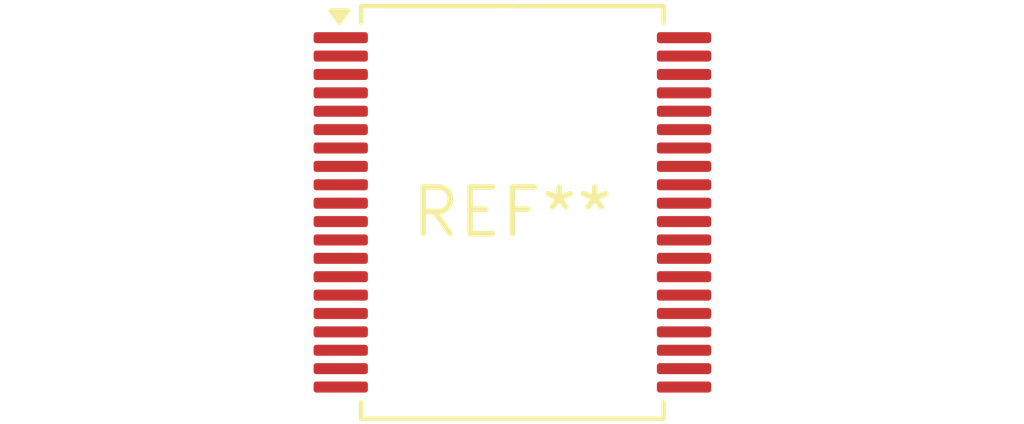
<source format=kicad_pcb>
(kicad_pcb (version 20240108) (generator pcbnew)
  (layers (0 "F.Cu" signal) (31 "B.Cu" signal) (34 "B.Paste" user) (35 "F.Paste" user) (36 "B.SilkS" user "B.Silkscreen") (37 "F.SilkS" user "F.Silkscreen") (38 "B.Mask" user) (39 "F.Mask" user) (44 "Edge.Cuts" user))
  (net 0 "")
  (footprint "TSSOP-40_8x11mm_P0.5mm" (layer "F.Cu") (at 0 0)
    (property "Reference" "REF**")
    (property "Value" "TSSOP-40_8x11mm_P0.5mm")
    (fp_line (start -4.11 -5.61) (end -4.11 -5.16) (layer "F.SilkS") (stroke (width 0.12)))
    (fp_line (start -4.11 5.61) (end -4.11 5.16) (layer "F.SilkS") (stroke (width 0.12)))
    (fp_line (start 0 -5.61) (end -4.11 -5.61) (layer "F.SilkS") (stroke (width 0.12)))
    (fp_line (start 0 -5.61) (end 4.11 -5.61) (layer "F.SilkS") (stroke (width 0.12)))
    (fp_line (start 0 5.61) (end -4.11 5.61) (layer "F.SilkS") (stroke (width 0.12)))
    (fp_line (start 0 5.61) (end 4.11 5.61) (layer "F.SilkS") (stroke (width 0.12)))
    (fp_line (start 4.11 -5.61) (end 4.11 -5.16) (layer "F.SilkS") (stroke (width 0.12)))
    (fp_line (start 4.11 5.61) (end 4.11 5.16) (layer "F.SilkS") (stroke (width 0.12)))
    (fp_poly (pts (xy -4.7 -5.16) (xy -4.94 -5.49) (xy -4.46 -5.49) (xy -4.7 -5.16)) (layer "F.SilkS") (stroke (width 0.12)) (fill solid))
    (pad "1" smd roundrect (at -4.6625 -4.75) (size 1.475 0.3) (layers "F.Cu" "F.Paste" "F.Mask"))
    (pad "2" smd roundrect (at -4.6625 -4.25) (size 1.475 0.3) (layers "F.Cu" "F.Paste" "F.Mask"))
    (pad "3" smd roundrect (at -4.6625 -3.75) (size 1.475 0.3) (layers "F.Cu" "F.Paste" "F.Mask"))
    (pad "4" smd roundrect (at -4.6625 -3.25) (size 1.475 0.3) (layers "F.Cu" "F.Paste" "F.Mask"))
    (pad "5" smd roundrect (at -4.6625 -2.75) (size 1.475 0.3) (layers "F.Cu" "F.Paste" "F.Mask"))
    (pad "6" smd roundrect (at -4.6625 -2.25) (size 1.475 0.3) (layers "F.Cu" "F.Paste" "F.Mask"))
    (pad "7" smd roundrect (at -4.6625 -1.75) (size 1.475 0.3) (layers "F.Cu" "F.Paste" "F.Mask"))
    (pad "8" smd roundrect (at -4.6625 -1.25) (size 1.475 0.3) (layers "F.Cu" "F.Paste" "F.Mask"))
    (pad "9" smd roundrect (at -4.6625 -0.75) (size 1.475 0.3) (layers "F.Cu" "F.Paste" "F.Mask"))
    (pad "10" smd roundrect (at -4.6625 -0.25) (size 1.475 0.3) (layers "F.Cu" "F.Paste" "F.Mask"))
    (pad "11" smd roundrect (at -4.6625 0.25) (size 1.475 0.3) (layers "F.Cu" "F.Paste" "F.Mask"))
    (pad "12" smd roundrect (at -4.6625 0.75) (size 1.475 0.3) (layers "F.Cu" "F.Paste" "F.Mask"))
    (pad "13" smd roundrect (at -4.6625 1.25) (size 1.475 0.3) (layers "F.Cu" "F.Paste" "F.Mask"))
    (pad "14" smd roundrect (at -4.6625 1.75) (size 1.475 0.3) (layers "F.Cu" "F.Paste" "F.Mask"))
    (pad "15" smd roundrect (at -4.6625 2.25) (size 1.475 0.3) (layers "F.Cu" "F.Paste" "F.Mask"))
    (pad "16" smd roundrect (at -4.6625 2.75) (size 1.475 0.3) (layers "F.Cu" "F.Paste" "F.Mask"))
    (pad "17" smd roundrect (at -4.6625 3.25) (size 1.475 0.3) (layers "F.Cu" "F.Paste" "F.Mask"))
    (pad "18" smd roundrect (at -4.6625 3.75) (size 1.475 0.3) (layers "F.Cu" "F.Paste" "F.Mask"))
    (pad "19" smd roundrect (at -4.6625 4.25) (size 1.475 0.3) (layers "F.Cu" "F.Paste" "F.Mask"))
    (pad "20" smd roundrect (at -4.6625 4.75) (size 1.475 0.3) (layers "F.Cu" "F.Paste" "F.Mask"))
    (pad "21" smd roundrect (at 4.6625 4.75) (size 1.475 0.3) (layers "F.Cu" "F.Paste" "F.Mask"))
    (pad "22" smd roundrect (at 4.6625 4.25) (size 1.475 0.3) (layers "F.Cu" "F.Paste" "F.Mask"))
    (pad "23" smd roundrect (at 4.6625 3.75) (size 1.475 0.3) (layers "F.Cu" "F.Paste" "F.Mask"))
    (pad "24" smd roundrect (at 4.6625 3.25) (size 1.475 0.3) (layers "F.Cu" "F.Paste" "F.Mask"))
    (pad "25" smd roundrect (at 4.6625 2.75) (size 1.475 0.3) (layers "F.Cu" "F.Paste" "F.Mask"))
    (pad "26" smd roundrect (at 4.6625 2.25) (size 1.475 0.3) (layers "F.Cu" "F.Paste" "F.Mask"))
    (pad "27" smd roundrect (at 4.6625 1.75) (size 1.475 0.3) (layers "F.Cu" "F.Paste" "F.Mask"))
    (pad "28" smd roundrect (at 4.6625 1.25) (size 1.475 0.3) (layers "F.Cu" "F.Paste" "F.Mask"))
    (pad "29" smd roundrect (at 4.6625 0.75) (size 1.475 0.3) (layers "F.Cu" "F.Paste" "F.Mask"))
    (pad "30" smd roundrect (at 4.6625 0.25) (size 1.475 0.3) (layers "F.Cu" "F.Paste" "F.Mask"))
    (pad "31" smd roundrect (at 4.6625 -0.25) (size 1.475 0.3) (layers "F.Cu" "F.Paste" "F.Mask"))
    (pad "32" smd roundrect (at 4.6625 -0.75) (size 1.475 0.3) (layers "F.Cu" "F.Paste" "F.Mask"))
    (pad "33" smd roundrect (at 4.6625 -1.25) (size 1.475 0.3) (layers "F.Cu" "F.Paste" "F.Mask"))
    (pad "34" smd roundrect (at 4.6625 -1.75) (size 1.475 0.3) (layers "F.Cu" "F.Paste" "F.Mask"))
    (pad "35" smd roundrect (at 4.6625 -2.25) (size 1.475 0.3) (layers "F.Cu" "F.Paste" "F.Mask"))
    (pad "36" smd roundrect (at 4.6625 -2.75) (size 1.475 0.3) (layers "F.Cu" "F.Paste" "F.Mask"))
    (pad "37" smd roundrect (at 4.6625 -3.25) (size 1.475 0.3) (layers "F.Cu" "F.Paste" "F.Mask"))
    (pad "38" smd roundrect (at 4.6625 -3.75) (size 1.475 0.3) (layers "F.Cu" "F.Paste" "F.Mask"))
    (pad "39" smd roundrect (at 4.6625 -4.25) (size 1.475 0.3) (layers "F.Cu" "F.Paste" "F.Mask"))
    (pad "40" smd roundrect (at 4.6625 -4.75) (size 1.475 0.3) (layers "F.Cu" "F.Paste" "F.Mask"))
  )
)
</source>
